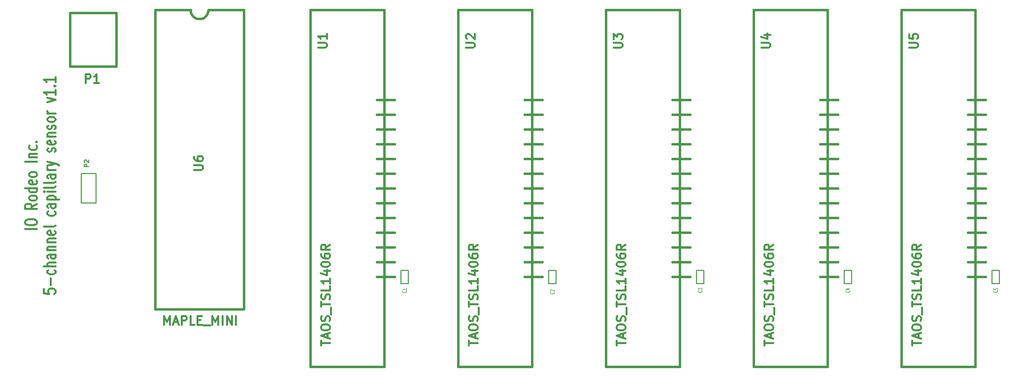
<source format=gto>
G04 (created by PCBNEW-RS274X (2011-07-19)-testing) date Thu 01 Mar 2012 04:31:09 PM PST*
G01*
G70*
G90*
%MOIN*%
G04 Gerber Fmt 3.4, Leading zero omitted, Abs format*
%FSLAX34Y34*%
G04 APERTURE LIST*
%ADD10C,0.006000*%
%ADD11C,0.012000*%
%ADD12C,0.015000*%
%ADD13C,0.005000*%
%ADD14C,0.004500*%
G04 APERTURE END LIST*
G54D10*
G54D11*
X26524Y-43157D02*
X25724Y-43157D01*
X25724Y-42757D02*
X25724Y-42643D01*
X25762Y-42585D01*
X25838Y-42528D01*
X25990Y-42500D01*
X26257Y-42500D01*
X26410Y-42528D01*
X26486Y-42585D01*
X26524Y-42643D01*
X26524Y-42757D01*
X26486Y-42814D01*
X26410Y-42871D01*
X26257Y-42900D01*
X25990Y-42900D01*
X25838Y-42871D01*
X25762Y-42814D01*
X25724Y-42757D01*
X26524Y-41442D02*
X26143Y-41642D01*
X26524Y-41785D02*
X25724Y-41785D01*
X25724Y-41557D01*
X25762Y-41499D01*
X25800Y-41471D01*
X25876Y-41442D01*
X25990Y-41442D01*
X26067Y-41471D01*
X26105Y-41499D01*
X26143Y-41557D01*
X26143Y-41785D01*
X26524Y-41099D02*
X26486Y-41157D01*
X26448Y-41185D01*
X26371Y-41214D01*
X26143Y-41214D01*
X26067Y-41185D01*
X26029Y-41157D01*
X25990Y-41099D01*
X25990Y-41014D01*
X26029Y-40957D01*
X26067Y-40928D01*
X26143Y-40899D01*
X26371Y-40899D01*
X26448Y-40928D01*
X26486Y-40957D01*
X26524Y-41014D01*
X26524Y-41099D01*
X26524Y-40385D02*
X25724Y-40385D01*
X26486Y-40385D02*
X26524Y-40442D01*
X26524Y-40556D01*
X26486Y-40614D01*
X26448Y-40642D01*
X26371Y-40671D01*
X26143Y-40671D01*
X26067Y-40642D01*
X26029Y-40614D01*
X25990Y-40556D01*
X25990Y-40442D01*
X26029Y-40385D01*
X26486Y-39871D02*
X26524Y-39928D01*
X26524Y-40042D01*
X26486Y-40099D01*
X26410Y-40128D01*
X26105Y-40128D01*
X26029Y-40099D01*
X25990Y-40042D01*
X25990Y-39928D01*
X26029Y-39871D01*
X26105Y-39842D01*
X26181Y-39842D01*
X26257Y-40128D01*
X26524Y-39499D02*
X26486Y-39557D01*
X26448Y-39585D01*
X26371Y-39614D01*
X26143Y-39614D01*
X26067Y-39585D01*
X26029Y-39557D01*
X25990Y-39499D01*
X25990Y-39414D01*
X26029Y-39357D01*
X26067Y-39328D01*
X26143Y-39299D01*
X26371Y-39299D01*
X26448Y-39328D01*
X26486Y-39357D01*
X26524Y-39414D01*
X26524Y-39499D01*
X26524Y-38585D02*
X25724Y-38585D01*
X25990Y-38299D02*
X26524Y-38299D01*
X26067Y-38299D02*
X26029Y-38271D01*
X25990Y-38213D01*
X25990Y-38128D01*
X26029Y-38071D01*
X26105Y-38042D01*
X26524Y-38042D01*
X26486Y-37499D02*
X26524Y-37556D01*
X26524Y-37670D01*
X26486Y-37728D01*
X26448Y-37756D01*
X26371Y-37785D01*
X26143Y-37785D01*
X26067Y-37756D01*
X26029Y-37728D01*
X25990Y-37670D01*
X25990Y-37556D01*
X26029Y-37499D01*
X26448Y-37242D02*
X26486Y-37214D01*
X26524Y-37242D01*
X26486Y-37271D01*
X26448Y-37242D01*
X26524Y-37242D01*
X26964Y-47227D02*
X26964Y-47513D01*
X27345Y-47542D01*
X27307Y-47513D01*
X27269Y-47456D01*
X27269Y-47313D01*
X27307Y-47256D01*
X27345Y-47227D01*
X27421Y-47199D01*
X27611Y-47199D01*
X27688Y-47227D01*
X27726Y-47256D01*
X27764Y-47313D01*
X27764Y-47456D01*
X27726Y-47513D01*
X27688Y-47542D01*
X27459Y-46942D02*
X27459Y-46485D01*
X27726Y-45942D02*
X27764Y-45999D01*
X27764Y-46113D01*
X27726Y-46171D01*
X27688Y-46199D01*
X27611Y-46228D01*
X27383Y-46228D01*
X27307Y-46199D01*
X27269Y-46171D01*
X27230Y-46113D01*
X27230Y-45999D01*
X27269Y-45942D01*
X27764Y-45685D02*
X26964Y-45685D01*
X27764Y-45428D02*
X27345Y-45428D01*
X27269Y-45457D01*
X27230Y-45514D01*
X27230Y-45599D01*
X27269Y-45657D01*
X27307Y-45685D01*
X27764Y-44885D02*
X27345Y-44885D01*
X27269Y-44914D01*
X27230Y-44971D01*
X27230Y-45085D01*
X27269Y-45142D01*
X27726Y-44885D02*
X27764Y-44942D01*
X27764Y-45085D01*
X27726Y-45142D01*
X27650Y-45171D01*
X27573Y-45171D01*
X27497Y-45142D01*
X27459Y-45085D01*
X27459Y-44942D01*
X27421Y-44885D01*
X27230Y-44599D02*
X27764Y-44599D01*
X27307Y-44599D02*
X27269Y-44571D01*
X27230Y-44513D01*
X27230Y-44428D01*
X27269Y-44371D01*
X27345Y-44342D01*
X27764Y-44342D01*
X27230Y-44056D02*
X27764Y-44056D01*
X27307Y-44056D02*
X27269Y-44028D01*
X27230Y-43970D01*
X27230Y-43885D01*
X27269Y-43828D01*
X27345Y-43799D01*
X27764Y-43799D01*
X27726Y-43285D02*
X27764Y-43342D01*
X27764Y-43456D01*
X27726Y-43513D01*
X27650Y-43542D01*
X27345Y-43542D01*
X27269Y-43513D01*
X27230Y-43456D01*
X27230Y-43342D01*
X27269Y-43285D01*
X27345Y-43256D01*
X27421Y-43256D01*
X27497Y-43542D01*
X27764Y-42913D02*
X27726Y-42971D01*
X27650Y-42999D01*
X26964Y-42999D01*
X27726Y-41971D02*
X27764Y-42028D01*
X27764Y-42142D01*
X27726Y-42200D01*
X27688Y-42228D01*
X27611Y-42257D01*
X27383Y-42257D01*
X27307Y-42228D01*
X27269Y-42200D01*
X27230Y-42142D01*
X27230Y-42028D01*
X27269Y-41971D01*
X27764Y-41457D02*
X27345Y-41457D01*
X27269Y-41486D01*
X27230Y-41543D01*
X27230Y-41657D01*
X27269Y-41714D01*
X27726Y-41457D02*
X27764Y-41514D01*
X27764Y-41657D01*
X27726Y-41714D01*
X27650Y-41743D01*
X27573Y-41743D01*
X27497Y-41714D01*
X27459Y-41657D01*
X27459Y-41514D01*
X27421Y-41457D01*
X27230Y-41171D02*
X28030Y-41171D01*
X27269Y-41171D02*
X27230Y-41114D01*
X27230Y-41000D01*
X27269Y-40943D01*
X27307Y-40914D01*
X27383Y-40885D01*
X27611Y-40885D01*
X27688Y-40914D01*
X27726Y-40943D01*
X27764Y-41000D01*
X27764Y-41114D01*
X27726Y-41171D01*
X27764Y-40628D02*
X27230Y-40628D01*
X26964Y-40628D02*
X27002Y-40657D01*
X27040Y-40628D01*
X27002Y-40600D01*
X26964Y-40628D01*
X27040Y-40628D01*
X27764Y-40256D02*
X27726Y-40314D01*
X27650Y-40342D01*
X26964Y-40342D01*
X27764Y-39942D02*
X27726Y-40000D01*
X27650Y-40028D01*
X26964Y-40028D01*
X27764Y-39457D02*
X27345Y-39457D01*
X27269Y-39486D01*
X27230Y-39543D01*
X27230Y-39657D01*
X27269Y-39714D01*
X27726Y-39457D02*
X27764Y-39514D01*
X27764Y-39657D01*
X27726Y-39714D01*
X27650Y-39743D01*
X27573Y-39743D01*
X27497Y-39714D01*
X27459Y-39657D01*
X27459Y-39514D01*
X27421Y-39457D01*
X27764Y-39171D02*
X27230Y-39171D01*
X27383Y-39171D02*
X27307Y-39143D01*
X27269Y-39114D01*
X27230Y-39057D01*
X27230Y-39000D01*
X27230Y-38857D02*
X27764Y-38714D01*
X27230Y-38572D02*
X27764Y-38714D01*
X27954Y-38772D01*
X27992Y-38800D01*
X28030Y-38857D01*
X27726Y-37915D02*
X27764Y-37858D01*
X27764Y-37743D01*
X27726Y-37686D01*
X27650Y-37658D01*
X27611Y-37658D01*
X27535Y-37686D01*
X27497Y-37743D01*
X27497Y-37829D01*
X27459Y-37886D01*
X27383Y-37915D01*
X27345Y-37915D01*
X27269Y-37886D01*
X27230Y-37829D01*
X27230Y-37743D01*
X27269Y-37686D01*
X27726Y-37172D02*
X27764Y-37229D01*
X27764Y-37343D01*
X27726Y-37400D01*
X27650Y-37429D01*
X27345Y-37429D01*
X27269Y-37400D01*
X27230Y-37343D01*
X27230Y-37229D01*
X27269Y-37172D01*
X27345Y-37143D01*
X27421Y-37143D01*
X27497Y-37429D01*
X27230Y-36886D02*
X27764Y-36886D01*
X27307Y-36886D02*
X27269Y-36858D01*
X27230Y-36800D01*
X27230Y-36715D01*
X27269Y-36658D01*
X27345Y-36629D01*
X27764Y-36629D01*
X27726Y-36372D02*
X27764Y-36315D01*
X27764Y-36200D01*
X27726Y-36143D01*
X27650Y-36115D01*
X27611Y-36115D01*
X27535Y-36143D01*
X27497Y-36200D01*
X27497Y-36286D01*
X27459Y-36343D01*
X27383Y-36372D01*
X27345Y-36372D01*
X27269Y-36343D01*
X27230Y-36286D01*
X27230Y-36200D01*
X27269Y-36143D01*
X27764Y-35771D02*
X27726Y-35829D01*
X27688Y-35857D01*
X27611Y-35886D01*
X27383Y-35886D01*
X27307Y-35857D01*
X27269Y-35829D01*
X27230Y-35771D01*
X27230Y-35686D01*
X27269Y-35629D01*
X27307Y-35600D01*
X27383Y-35571D01*
X27611Y-35571D01*
X27688Y-35600D01*
X27726Y-35629D01*
X27764Y-35686D01*
X27764Y-35771D01*
X27764Y-35314D02*
X27230Y-35314D01*
X27383Y-35314D02*
X27307Y-35286D01*
X27269Y-35257D01*
X27230Y-35200D01*
X27230Y-35143D01*
X27230Y-34543D02*
X27764Y-34400D01*
X27230Y-34258D01*
X27764Y-33715D02*
X27764Y-34058D01*
X27764Y-33886D02*
X26964Y-33886D01*
X27078Y-33943D01*
X27154Y-34001D01*
X27192Y-34058D01*
X27688Y-33458D02*
X27726Y-33430D01*
X27764Y-33458D01*
X27726Y-33487D01*
X27688Y-33458D01*
X27764Y-33458D01*
X27764Y-32858D02*
X27764Y-33201D01*
X27764Y-33029D02*
X26964Y-33029D01*
X27078Y-33086D01*
X27154Y-33144D01*
X27192Y-33201D01*
G54D12*
X89500Y-46404D02*
X90700Y-46404D01*
X89500Y-45404D02*
X90700Y-45404D01*
X89500Y-44404D02*
X90700Y-44404D01*
X89500Y-43404D02*
X90700Y-43404D01*
X89500Y-42404D02*
X90700Y-42404D01*
X89500Y-41404D02*
X90700Y-41404D01*
X89500Y-40404D02*
X90700Y-40404D01*
X89500Y-39404D02*
X90700Y-39404D01*
X89500Y-38404D02*
X90700Y-38404D01*
X89500Y-37404D02*
X90700Y-37404D01*
X89500Y-36404D02*
X90700Y-36404D01*
X89500Y-35404D02*
X90700Y-35404D01*
X89500Y-34404D02*
X90700Y-34404D01*
X85000Y-52504D02*
X90000Y-52504D01*
X85000Y-28304D02*
X85000Y-52504D01*
X90000Y-52504D02*
X90000Y-28304D01*
X87500Y-28304D02*
X85000Y-28304D01*
X87500Y-28304D02*
X90000Y-28304D01*
X79500Y-46404D02*
X80700Y-46404D01*
X79500Y-45404D02*
X80700Y-45404D01*
X79500Y-44404D02*
X80700Y-44404D01*
X79500Y-43404D02*
X80700Y-43404D01*
X79500Y-42404D02*
X80700Y-42404D01*
X79500Y-41404D02*
X80700Y-41404D01*
X79500Y-40404D02*
X80700Y-40404D01*
X79500Y-39404D02*
X80700Y-39404D01*
X79500Y-38404D02*
X80700Y-38404D01*
X79500Y-37404D02*
X80700Y-37404D01*
X79500Y-36404D02*
X80700Y-36404D01*
X79500Y-35404D02*
X80700Y-35404D01*
X79500Y-34404D02*
X80700Y-34404D01*
X75000Y-52504D02*
X80000Y-52504D01*
X75000Y-28304D02*
X75000Y-52504D01*
X80000Y-52504D02*
X80000Y-28304D01*
X77500Y-28304D02*
X75000Y-28304D01*
X77500Y-28304D02*
X80000Y-28304D01*
X69500Y-46404D02*
X70700Y-46404D01*
X69500Y-45404D02*
X70700Y-45404D01*
X69500Y-44404D02*
X70700Y-44404D01*
X69500Y-43404D02*
X70700Y-43404D01*
X69500Y-42404D02*
X70700Y-42404D01*
X69500Y-41404D02*
X70700Y-41404D01*
X69500Y-40404D02*
X70700Y-40404D01*
X69500Y-39404D02*
X70700Y-39404D01*
X69500Y-38404D02*
X70700Y-38404D01*
X69500Y-37404D02*
X70700Y-37404D01*
X69500Y-36404D02*
X70700Y-36404D01*
X69500Y-35404D02*
X70700Y-35404D01*
X69500Y-34404D02*
X70700Y-34404D01*
X65000Y-52504D02*
X70000Y-52504D01*
X65000Y-28304D02*
X65000Y-52504D01*
X70000Y-52504D02*
X70000Y-28304D01*
X67500Y-28304D02*
X65000Y-28304D01*
X67500Y-28304D02*
X70000Y-28304D01*
X59500Y-46404D02*
X60700Y-46404D01*
X59500Y-45404D02*
X60700Y-45404D01*
X59500Y-44404D02*
X60700Y-44404D01*
X59500Y-43404D02*
X60700Y-43404D01*
X59500Y-42404D02*
X60700Y-42404D01*
X59500Y-41404D02*
X60700Y-41404D01*
X59500Y-40404D02*
X60700Y-40404D01*
X59500Y-39404D02*
X60700Y-39404D01*
X59500Y-38404D02*
X60700Y-38404D01*
X59500Y-37404D02*
X60700Y-37404D01*
X59500Y-36404D02*
X60700Y-36404D01*
X59500Y-35404D02*
X60700Y-35404D01*
X59500Y-34404D02*
X60700Y-34404D01*
X55000Y-52504D02*
X60000Y-52504D01*
X55000Y-28304D02*
X55000Y-52504D01*
X60000Y-52504D02*
X60000Y-28304D01*
X57500Y-28304D02*
X55000Y-28304D01*
X57500Y-28304D02*
X60000Y-28304D01*
X49500Y-46404D02*
X50700Y-46404D01*
X49500Y-45404D02*
X50700Y-45404D01*
X49500Y-44404D02*
X50700Y-44404D01*
X49500Y-43404D02*
X50700Y-43404D01*
X49500Y-42404D02*
X50700Y-42404D01*
X49500Y-41404D02*
X50700Y-41404D01*
X49500Y-40404D02*
X50700Y-40404D01*
X49500Y-39404D02*
X50700Y-39404D01*
X49500Y-38404D02*
X50700Y-38404D01*
X49500Y-37404D02*
X50700Y-37404D01*
X49500Y-36404D02*
X50700Y-36404D01*
X49500Y-35404D02*
X50700Y-35404D01*
X49500Y-34404D02*
X50700Y-34404D01*
X45000Y-52504D02*
X50000Y-52504D01*
X45000Y-28304D02*
X45000Y-52504D01*
X50000Y-52504D02*
X50000Y-28304D01*
X47500Y-28304D02*
X45000Y-28304D01*
X47500Y-28304D02*
X50000Y-28304D01*
X31890Y-32126D02*
X28740Y-32126D01*
X28740Y-32126D02*
X28740Y-28504D01*
X28740Y-28504D02*
X31890Y-28504D01*
X31890Y-28504D02*
X31890Y-32126D01*
G54D13*
X51150Y-46850D02*
X51150Y-45950D01*
X51150Y-45950D02*
X51650Y-45950D01*
X51650Y-45950D02*
X51650Y-46850D01*
X51650Y-46850D02*
X51150Y-46850D01*
X61150Y-46850D02*
X61150Y-45950D01*
X61150Y-45950D02*
X61650Y-45950D01*
X61650Y-45950D02*
X61650Y-46850D01*
X61650Y-46850D02*
X61150Y-46850D01*
X71150Y-46850D02*
X71150Y-45950D01*
X71150Y-45950D02*
X71650Y-45950D01*
X71650Y-45950D02*
X71650Y-46850D01*
X71650Y-46850D02*
X71150Y-46850D01*
X81150Y-46850D02*
X81150Y-45950D01*
X81150Y-45950D02*
X81650Y-45950D01*
X81650Y-45950D02*
X81650Y-46850D01*
X81650Y-46850D02*
X81150Y-46850D01*
X91150Y-46850D02*
X91150Y-45950D01*
X91150Y-45950D02*
X91650Y-45950D01*
X91650Y-45950D02*
X91650Y-46850D01*
X91650Y-46850D02*
X91150Y-46850D01*
G54D10*
X30500Y-41400D02*
X29500Y-41400D01*
X29500Y-41400D02*
X29500Y-39400D01*
X29500Y-39400D02*
X30500Y-39400D01*
X30500Y-39400D02*
X30500Y-41400D01*
G54D12*
X35000Y-48600D02*
X34500Y-48600D01*
X40000Y-48600D02*
X40500Y-48600D01*
X35050Y-28300D02*
X34500Y-28300D01*
X40000Y-28300D02*
X40500Y-28300D01*
X36900Y-28300D02*
X36903Y-28352D01*
X36910Y-28404D01*
X36921Y-28455D01*
X36937Y-28505D01*
X36957Y-28553D01*
X36981Y-28599D01*
X37009Y-28644D01*
X37041Y-28685D01*
X37076Y-28724D01*
X37115Y-28759D01*
X37156Y-28791D01*
X37201Y-28819D01*
X37247Y-28843D01*
X37295Y-28863D01*
X37345Y-28879D01*
X37396Y-28890D01*
X37448Y-28897D01*
X37500Y-28900D01*
X37500Y-28900D02*
X37552Y-28897D01*
X37604Y-28890D01*
X37655Y-28879D01*
X37705Y-28863D01*
X37753Y-28843D01*
X37800Y-28819D01*
X37844Y-28791D01*
X37885Y-28759D01*
X37924Y-28724D01*
X37959Y-28685D01*
X37991Y-28644D01*
X38019Y-28599D01*
X38043Y-28553D01*
X38063Y-28505D01*
X38079Y-28455D01*
X38090Y-28404D01*
X38097Y-28352D01*
X38100Y-28300D01*
X35000Y-28300D02*
X36900Y-28300D01*
X40000Y-28300D02*
X38100Y-28300D01*
X34500Y-28350D02*
X34500Y-48600D01*
X35000Y-48600D02*
X40000Y-48600D01*
X40500Y-48600D02*
X40500Y-28350D01*
G54D11*
X85543Y-30861D02*
X86029Y-30861D01*
X86086Y-30833D01*
X86114Y-30804D01*
X86143Y-30747D01*
X86143Y-30633D01*
X86114Y-30575D01*
X86086Y-30547D01*
X86029Y-30518D01*
X85543Y-30518D01*
X85543Y-29946D02*
X85543Y-30232D01*
X85829Y-30261D01*
X85800Y-30232D01*
X85771Y-30175D01*
X85771Y-30032D01*
X85800Y-29975D01*
X85829Y-29946D01*
X85886Y-29918D01*
X86029Y-29918D01*
X86086Y-29946D01*
X86114Y-29975D01*
X86143Y-30032D01*
X86143Y-30175D01*
X86114Y-30232D01*
X86086Y-30261D01*
X85743Y-51060D02*
X85743Y-50717D01*
X86343Y-50888D02*
X85743Y-50888D01*
X86171Y-50546D02*
X86171Y-50260D01*
X86343Y-50603D02*
X85743Y-50403D01*
X86343Y-50203D01*
X85743Y-49889D02*
X85743Y-49775D01*
X85771Y-49717D01*
X85829Y-49660D01*
X85943Y-49632D01*
X86143Y-49632D01*
X86257Y-49660D01*
X86314Y-49717D01*
X86343Y-49775D01*
X86343Y-49889D01*
X86314Y-49946D01*
X86257Y-50003D01*
X86143Y-50032D01*
X85943Y-50032D01*
X85829Y-50003D01*
X85771Y-49946D01*
X85743Y-49889D01*
X86314Y-49403D02*
X86343Y-49317D01*
X86343Y-49174D01*
X86314Y-49117D01*
X86286Y-49088D01*
X86229Y-49060D01*
X86171Y-49060D01*
X86114Y-49088D01*
X86086Y-49117D01*
X86057Y-49174D01*
X86029Y-49288D01*
X86000Y-49346D01*
X85971Y-49374D01*
X85914Y-49403D01*
X85857Y-49403D01*
X85800Y-49374D01*
X85771Y-49346D01*
X85743Y-49288D01*
X85743Y-49146D01*
X85771Y-49060D01*
X86400Y-48946D02*
X86400Y-48489D01*
X85743Y-48432D02*
X85743Y-48089D01*
X86343Y-48260D02*
X85743Y-48260D01*
X86314Y-47918D02*
X86343Y-47832D01*
X86343Y-47689D01*
X86314Y-47632D01*
X86286Y-47603D01*
X86229Y-47575D01*
X86171Y-47575D01*
X86114Y-47603D01*
X86086Y-47632D01*
X86057Y-47689D01*
X86029Y-47803D01*
X86000Y-47861D01*
X85971Y-47889D01*
X85914Y-47918D01*
X85857Y-47918D01*
X85800Y-47889D01*
X85771Y-47861D01*
X85743Y-47803D01*
X85743Y-47661D01*
X85771Y-47575D01*
X86343Y-47032D02*
X86343Y-47318D01*
X85743Y-47318D01*
X86343Y-46518D02*
X86343Y-46861D01*
X86343Y-46689D02*
X85743Y-46689D01*
X85829Y-46746D01*
X85886Y-46804D01*
X85914Y-46861D01*
X85943Y-46004D02*
X86343Y-46004D01*
X85714Y-46147D02*
X86143Y-46290D01*
X86143Y-45918D01*
X85743Y-45576D02*
X85743Y-45519D01*
X85771Y-45462D01*
X85800Y-45433D01*
X85857Y-45404D01*
X85971Y-45376D01*
X86114Y-45376D01*
X86229Y-45404D01*
X86286Y-45433D01*
X86314Y-45462D01*
X86343Y-45519D01*
X86343Y-45576D01*
X86314Y-45633D01*
X86286Y-45662D01*
X86229Y-45690D01*
X86114Y-45719D01*
X85971Y-45719D01*
X85857Y-45690D01*
X85800Y-45662D01*
X85771Y-45633D01*
X85743Y-45576D01*
X85743Y-44862D02*
X85743Y-44976D01*
X85771Y-45033D01*
X85800Y-45062D01*
X85886Y-45119D01*
X86000Y-45148D01*
X86229Y-45148D01*
X86286Y-45119D01*
X86314Y-45091D01*
X86343Y-45033D01*
X86343Y-44919D01*
X86314Y-44862D01*
X86286Y-44833D01*
X86229Y-44805D01*
X86086Y-44805D01*
X86029Y-44833D01*
X86000Y-44862D01*
X85971Y-44919D01*
X85971Y-45033D01*
X86000Y-45091D01*
X86029Y-45119D01*
X86086Y-45148D01*
X86343Y-44205D02*
X86057Y-44405D01*
X86343Y-44548D02*
X85743Y-44548D01*
X85743Y-44320D01*
X85771Y-44262D01*
X85800Y-44234D01*
X85857Y-44205D01*
X85943Y-44205D01*
X86000Y-44234D01*
X86029Y-44262D01*
X86057Y-44320D01*
X86057Y-44548D01*
X75543Y-30861D02*
X76029Y-30861D01*
X76086Y-30833D01*
X76114Y-30804D01*
X76143Y-30747D01*
X76143Y-30633D01*
X76114Y-30575D01*
X76086Y-30547D01*
X76029Y-30518D01*
X75543Y-30518D01*
X75743Y-29975D02*
X76143Y-29975D01*
X75514Y-30118D02*
X75943Y-30261D01*
X75943Y-29889D01*
X75743Y-51060D02*
X75743Y-50717D01*
X76343Y-50888D02*
X75743Y-50888D01*
X76171Y-50546D02*
X76171Y-50260D01*
X76343Y-50603D02*
X75743Y-50403D01*
X76343Y-50203D01*
X75743Y-49889D02*
X75743Y-49775D01*
X75771Y-49717D01*
X75829Y-49660D01*
X75943Y-49632D01*
X76143Y-49632D01*
X76257Y-49660D01*
X76314Y-49717D01*
X76343Y-49775D01*
X76343Y-49889D01*
X76314Y-49946D01*
X76257Y-50003D01*
X76143Y-50032D01*
X75943Y-50032D01*
X75829Y-50003D01*
X75771Y-49946D01*
X75743Y-49889D01*
X76314Y-49403D02*
X76343Y-49317D01*
X76343Y-49174D01*
X76314Y-49117D01*
X76286Y-49088D01*
X76229Y-49060D01*
X76171Y-49060D01*
X76114Y-49088D01*
X76086Y-49117D01*
X76057Y-49174D01*
X76029Y-49288D01*
X76000Y-49346D01*
X75971Y-49374D01*
X75914Y-49403D01*
X75857Y-49403D01*
X75800Y-49374D01*
X75771Y-49346D01*
X75743Y-49288D01*
X75743Y-49146D01*
X75771Y-49060D01*
X76400Y-48946D02*
X76400Y-48489D01*
X75743Y-48432D02*
X75743Y-48089D01*
X76343Y-48260D02*
X75743Y-48260D01*
X76314Y-47918D02*
X76343Y-47832D01*
X76343Y-47689D01*
X76314Y-47632D01*
X76286Y-47603D01*
X76229Y-47575D01*
X76171Y-47575D01*
X76114Y-47603D01*
X76086Y-47632D01*
X76057Y-47689D01*
X76029Y-47803D01*
X76000Y-47861D01*
X75971Y-47889D01*
X75914Y-47918D01*
X75857Y-47918D01*
X75800Y-47889D01*
X75771Y-47861D01*
X75743Y-47803D01*
X75743Y-47661D01*
X75771Y-47575D01*
X76343Y-47032D02*
X76343Y-47318D01*
X75743Y-47318D01*
X76343Y-46518D02*
X76343Y-46861D01*
X76343Y-46689D02*
X75743Y-46689D01*
X75829Y-46746D01*
X75886Y-46804D01*
X75914Y-46861D01*
X75943Y-46004D02*
X76343Y-46004D01*
X75714Y-46147D02*
X76143Y-46290D01*
X76143Y-45918D01*
X75743Y-45576D02*
X75743Y-45519D01*
X75771Y-45462D01*
X75800Y-45433D01*
X75857Y-45404D01*
X75971Y-45376D01*
X76114Y-45376D01*
X76229Y-45404D01*
X76286Y-45433D01*
X76314Y-45462D01*
X76343Y-45519D01*
X76343Y-45576D01*
X76314Y-45633D01*
X76286Y-45662D01*
X76229Y-45690D01*
X76114Y-45719D01*
X75971Y-45719D01*
X75857Y-45690D01*
X75800Y-45662D01*
X75771Y-45633D01*
X75743Y-45576D01*
X75743Y-44862D02*
X75743Y-44976D01*
X75771Y-45033D01*
X75800Y-45062D01*
X75886Y-45119D01*
X76000Y-45148D01*
X76229Y-45148D01*
X76286Y-45119D01*
X76314Y-45091D01*
X76343Y-45033D01*
X76343Y-44919D01*
X76314Y-44862D01*
X76286Y-44833D01*
X76229Y-44805D01*
X76086Y-44805D01*
X76029Y-44833D01*
X76000Y-44862D01*
X75971Y-44919D01*
X75971Y-45033D01*
X76000Y-45091D01*
X76029Y-45119D01*
X76086Y-45148D01*
X76343Y-44205D02*
X76057Y-44405D01*
X76343Y-44548D02*
X75743Y-44548D01*
X75743Y-44320D01*
X75771Y-44262D01*
X75800Y-44234D01*
X75857Y-44205D01*
X75943Y-44205D01*
X76000Y-44234D01*
X76029Y-44262D01*
X76057Y-44320D01*
X76057Y-44548D01*
X65543Y-30861D02*
X66029Y-30861D01*
X66086Y-30833D01*
X66114Y-30804D01*
X66143Y-30747D01*
X66143Y-30633D01*
X66114Y-30575D01*
X66086Y-30547D01*
X66029Y-30518D01*
X65543Y-30518D01*
X65543Y-30289D02*
X65543Y-29918D01*
X65771Y-30118D01*
X65771Y-30032D01*
X65800Y-29975D01*
X65829Y-29946D01*
X65886Y-29918D01*
X66029Y-29918D01*
X66086Y-29946D01*
X66114Y-29975D01*
X66143Y-30032D01*
X66143Y-30204D01*
X66114Y-30261D01*
X66086Y-30289D01*
X65743Y-51060D02*
X65743Y-50717D01*
X66343Y-50888D02*
X65743Y-50888D01*
X66171Y-50546D02*
X66171Y-50260D01*
X66343Y-50603D02*
X65743Y-50403D01*
X66343Y-50203D01*
X65743Y-49889D02*
X65743Y-49775D01*
X65771Y-49717D01*
X65829Y-49660D01*
X65943Y-49632D01*
X66143Y-49632D01*
X66257Y-49660D01*
X66314Y-49717D01*
X66343Y-49775D01*
X66343Y-49889D01*
X66314Y-49946D01*
X66257Y-50003D01*
X66143Y-50032D01*
X65943Y-50032D01*
X65829Y-50003D01*
X65771Y-49946D01*
X65743Y-49889D01*
X66314Y-49403D02*
X66343Y-49317D01*
X66343Y-49174D01*
X66314Y-49117D01*
X66286Y-49088D01*
X66229Y-49060D01*
X66171Y-49060D01*
X66114Y-49088D01*
X66086Y-49117D01*
X66057Y-49174D01*
X66029Y-49288D01*
X66000Y-49346D01*
X65971Y-49374D01*
X65914Y-49403D01*
X65857Y-49403D01*
X65800Y-49374D01*
X65771Y-49346D01*
X65743Y-49288D01*
X65743Y-49146D01*
X65771Y-49060D01*
X66400Y-48946D02*
X66400Y-48489D01*
X65743Y-48432D02*
X65743Y-48089D01*
X66343Y-48260D02*
X65743Y-48260D01*
X66314Y-47918D02*
X66343Y-47832D01*
X66343Y-47689D01*
X66314Y-47632D01*
X66286Y-47603D01*
X66229Y-47575D01*
X66171Y-47575D01*
X66114Y-47603D01*
X66086Y-47632D01*
X66057Y-47689D01*
X66029Y-47803D01*
X66000Y-47861D01*
X65971Y-47889D01*
X65914Y-47918D01*
X65857Y-47918D01*
X65800Y-47889D01*
X65771Y-47861D01*
X65743Y-47803D01*
X65743Y-47661D01*
X65771Y-47575D01*
X66343Y-47032D02*
X66343Y-47318D01*
X65743Y-47318D01*
X66343Y-46518D02*
X66343Y-46861D01*
X66343Y-46689D02*
X65743Y-46689D01*
X65829Y-46746D01*
X65886Y-46804D01*
X65914Y-46861D01*
X65943Y-46004D02*
X66343Y-46004D01*
X65714Y-46147D02*
X66143Y-46290D01*
X66143Y-45918D01*
X65743Y-45576D02*
X65743Y-45519D01*
X65771Y-45462D01*
X65800Y-45433D01*
X65857Y-45404D01*
X65971Y-45376D01*
X66114Y-45376D01*
X66229Y-45404D01*
X66286Y-45433D01*
X66314Y-45462D01*
X66343Y-45519D01*
X66343Y-45576D01*
X66314Y-45633D01*
X66286Y-45662D01*
X66229Y-45690D01*
X66114Y-45719D01*
X65971Y-45719D01*
X65857Y-45690D01*
X65800Y-45662D01*
X65771Y-45633D01*
X65743Y-45576D01*
X65743Y-44862D02*
X65743Y-44976D01*
X65771Y-45033D01*
X65800Y-45062D01*
X65886Y-45119D01*
X66000Y-45148D01*
X66229Y-45148D01*
X66286Y-45119D01*
X66314Y-45091D01*
X66343Y-45033D01*
X66343Y-44919D01*
X66314Y-44862D01*
X66286Y-44833D01*
X66229Y-44805D01*
X66086Y-44805D01*
X66029Y-44833D01*
X66000Y-44862D01*
X65971Y-44919D01*
X65971Y-45033D01*
X66000Y-45091D01*
X66029Y-45119D01*
X66086Y-45148D01*
X66343Y-44205D02*
X66057Y-44405D01*
X66343Y-44548D02*
X65743Y-44548D01*
X65743Y-44320D01*
X65771Y-44262D01*
X65800Y-44234D01*
X65857Y-44205D01*
X65943Y-44205D01*
X66000Y-44234D01*
X66029Y-44262D01*
X66057Y-44320D01*
X66057Y-44548D01*
X55543Y-30861D02*
X56029Y-30861D01*
X56086Y-30833D01*
X56114Y-30804D01*
X56143Y-30747D01*
X56143Y-30633D01*
X56114Y-30575D01*
X56086Y-30547D01*
X56029Y-30518D01*
X55543Y-30518D01*
X55600Y-30261D02*
X55571Y-30232D01*
X55543Y-30175D01*
X55543Y-30032D01*
X55571Y-29975D01*
X55600Y-29946D01*
X55657Y-29918D01*
X55714Y-29918D01*
X55800Y-29946D01*
X56143Y-30289D01*
X56143Y-29918D01*
X55743Y-51060D02*
X55743Y-50717D01*
X56343Y-50888D02*
X55743Y-50888D01*
X56171Y-50546D02*
X56171Y-50260D01*
X56343Y-50603D02*
X55743Y-50403D01*
X56343Y-50203D01*
X55743Y-49889D02*
X55743Y-49775D01*
X55771Y-49717D01*
X55829Y-49660D01*
X55943Y-49632D01*
X56143Y-49632D01*
X56257Y-49660D01*
X56314Y-49717D01*
X56343Y-49775D01*
X56343Y-49889D01*
X56314Y-49946D01*
X56257Y-50003D01*
X56143Y-50032D01*
X55943Y-50032D01*
X55829Y-50003D01*
X55771Y-49946D01*
X55743Y-49889D01*
X56314Y-49403D02*
X56343Y-49317D01*
X56343Y-49174D01*
X56314Y-49117D01*
X56286Y-49088D01*
X56229Y-49060D01*
X56171Y-49060D01*
X56114Y-49088D01*
X56086Y-49117D01*
X56057Y-49174D01*
X56029Y-49288D01*
X56000Y-49346D01*
X55971Y-49374D01*
X55914Y-49403D01*
X55857Y-49403D01*
X55800Y-49374D01*
X55771Y-49346D01*
X55743Y-49288D01*
X55743Y-49146D01*
X55771Y-49060D01*
X56400Y-48946D02*
X56400Y-48489D01*
X55743Y-48432D02*
X55743Y-48089D01*
X56343Y-48260D02*
X55743Y-48260D01*
X56314Y-47918D02*
X56343Y-47832D01*
X56343Y-47689D01*
X56314Y-47632D01*
X56286Y-47603D01*
X56229Y-47575D01*
X56171Y-47575D01*
X56114Y-47603D01*
X56086Y-47632D01*
X56057Y-47689D01*
X56029Y-47803D01*
X56000Y-47861D01*
X55971Y-47889D01*
X55914Y-47918D01*
X55857Y-47918D01*
X55800Y-47889D01*
X55771Y-47861D01*
X55743Y-47803D01*
X55743Y-47661D01*
X55771Y-47575D01*
X56343Y-47032D02*
X56343Y-47318D01*
X55743Y-47318D01*
X56343Y-46518D02*
X56343Y-46861D01*
X56343Y-46689D02*
X55743Y-46689D01*
X55829Y-46746D01*
X55886Y-46804D01*
X55914Y-46861D01*
X55943Y-46004D02*
X56343Y-46004D01*
X55714Y-46147D02*
X56143Y-46290D01*
X56143Y-45918D01*
X55743Y-45576D02*
X55743Y-45519D01*
X55771Y-45462D01*
X55800Y-45433D01*
X55857Y-45404D01*
X55971Y-45376D01*
X56114Y-45376D01*
X56229Y-45404D01*
X56286Y-45433D01*
X56314Y-45462D01*
X56343Y-45519D01*
X56343Y-45576D01*
X56314Y-45633D01*
X56286Y-45662D01*
X56229Y-45690D01*
X56114Y-45719D01*
X55971Y-45719D01*
X55857Y-45690D01*
X55800Y-45662D01*
X55771Y-45633D01*
X55743Y-45576D01*
X55743Y-44862D02*
X55743Y-44976D01*
X55771Y-45033D01*
X55800Y-45062D01*
X55886Y-45119D01*
X56000Y-45148D01*
X56229Y-45148D01*
X56286Y-45119D01*
X56314Y-45091D01*
X56343Y-45033D01*
X56343Y-44919D01*
X56314Y-44862D01*
X56286Y-44833D01*
X56229Y-44805D01*
X56086Y-44805D01*
X56029Y-44833D01*
X56000Y-44862D01*
X55971Y-44919D01*
X55971Y-45033D01*
X56000Y-45091D01*
X56029Y-45119D01*
X56086Y-45148D01*
X56343Y-44205D02*
X56057Y-44405D01*
X56343Y-44548D02*
X55743Y-44548D01*
X55743Y-44320D01*
X55771Y-44262D01*
X55800Y-44234D01*
X55857Y-44205D01*
X55943Y-44205D01*
X56000Y-44234D01*
X56029Y-44262D01*
X56057Y-44320D01*
X56057Y-44548D01*
X45543Y-30861D02*
X46029Y-30861D01*
X46086Y-30833D01*
X46114Y-30804D01*
X46143Y-30747D01*
X46143Y-30633D01*
X46114Y-30575D01*
X46086Y-30547D01*
X46029Y-30518D01*
X45543Y-30518D01*
X46143Y-29918D02*
X46143Y-30261D01*
X46143Y-30089D02*
X45543Y-30089D01*
X45629Y-30146D01*
X45686Y-30204D01*
X45714Y-30261D01*
X45743Y-51060D02*
X45743Y-50717D01*
X46343Y-50888D02*
X45743Y-50888D01*
X46171Y-50546D02*
X46171Y-50260D01*
X46343Y-50603D02*
X45743Y-50403D01*
X46343Y-50203D01*
X45743Y-49889D02*
X45743Y-49775D01*
X45771Y-49717D01*
X45829Y-49660D01*
X45943Y-49632D01*
X46143Y-49632D01*
X46257Y-49660D01*
X46314Y-49717D01*
X46343Y-49775D01*
X46343Y-49889D01*
X46314Y-49946D01*
X46257Y-50003D01*
X46143Y-50032D01*
X45943Y-50032D01*
X45829Y-50003D01*
X45771Y-49946D01*
X45743Y-49889D01*
X46314Y-49403D02*
X46343Y-49317D01*
X46343Y-49174D01*
X46314Y-49117D01*
X46286Y-49088D01*
X46229Y-49060D01*
X46171Y-49060D01*
X46114Y-49088D01*
X46086Y-49117D01*
X46057Y-49174D01*
X46029Y-49288D01*
X46000Y-49346D01*
X45971Y-49374D01*
X45914Y-49403D01*
X45857Y-49403D01*
X45800Y-49374D01*
X45771Y-49346D01*
X45743Y-49288D01*
X45743Y-49146D01*
X45771Y-49060D01*
X46400Y-48946D02*
X46400Y-48489D01*
X45743Y-48432D02*
X45743Y-48089D01*
X46343Y-48260D02*
X45743Y-48260D01*
X46314Y-47918D02*
X46343Y-47832D01*
X46343Y-47689D01*
X46314Y-47632D01*
X46286Y-47603D01*
X46229Y-47575D01*
X46171Y-47575D01*
X46114Y-47603D01*
X46086Y-47632D01*
X46057Y-47689D01*
X46029Y-47803D01*
X46000Y-47861D01*
X45971Y-47889D01*
X45914Y-47918D01*
X45857Y-47918D01*
X45800Y-47889D01*
X45771Y-47861D01*
X45743Y-47803D01*
X45743Y-47661D01*
X45771Y-47575D01*
X46343Y-47032D02*
X46343Y-47318D01*
X45743Y-47318D01*
X46343Y-46518D02*
X46343Y-46861D01*
X46343Y-46689D02*
X45743Y-46689D01*
X45829Y-46746D01*
X45886Y-46804D01*
X45914Y-46861D01*
X45943Y-46004D02*
X46343Y-46004D01*
X45714Y-46147D02*
X46143Y-46290D01*
X46143Y-45918D01*
X45743Y-45576D02*
X45743Y-45519D01*
X45771Y-45462D01*
X45800Y-45433D01*
X45857Y-45404D01*
X45971Y-45376D01*
X46114Y-45376D01*
X46229Y-45404D01*
X46286Y-45433D01*
X46314Y-45462D01*
X46343Y-45519D01*
X46343Y-45576D01*
X46314Y-45633D01*
X46286Y-45662D01*
X46229Y-45690D01*
X46114Y-45719D01*
X45971Y-45719D01*
X45857Y-45690D01*
X45800Y-45662D01*
X45771Y-45633D01*
X45743Y-45576D01*
X45743Y-44862D02*
X45743Y-44976D01*
X45771Y-45033D01*
X45800Y-45062D01*
X45886Y-45119D01*
X46000Y-45148D01*
X46229Y-45148D01*
X46286Y-45119D01*
X46314Y-45091D01*
X46343Y-45033D01*
X46343Y-44919D01*
X46314Y-44862D01*
X46286Y-44833D01*
X46229Y-44805D01*
X46086Y-44805D01*
X46029Y-44833D01*
X46000Y-44862D01*
X45971Y-44919D01*
X45971Y-45033D01*
X46000Y-45091D01*
X46029Y-45119D01*
X46086Y-45148D01*
X46343Y-44205D02*
X46057Y-44405D01*
X46343Y-44548D02*
X45743Y-44548D01*
X45743Y-44320D01*
X45771Y-44262D01*
X45800Y-44234D01*
X45857Y-44205D01*
X45943Y-44205D01*
X46000Y-44234D01*
X46029Y-44262D01*
X46057Y-44320D01*
X46057Y-44548D01*
X29808Y-33243D02*
X29808Y-32643D01*
X30036Y-32643D01*
X30094Y-32671D01*
X30122Y-32700D01*
X30151Y-32757D01*
X30151Y-32843D01*
X30122Y-32900D01*
X30094Y-32929D01*
X30036Y-32957D01*
X29808Y-32957D01*
X30722Y-33243D02*
X30379Y-33243D01*
X30551Y-33243D02*
X30551Y-32643D01*
X30494Y-32729D01*
X30436Y-32786D01*
X30379Y-32814D01*
G54D14*
X51487Y-47329D02*
X51500Y-47338D01*
X51513Y-47364D01*
X51513Y-47381D01*
X51500Y-47406D01*
X51473Y-47424D01*
X51447Y-47432D01*
X51393Y-47441D01*
X51353Y-47441D01*
X51300Y-47432D01*
X51273Y-47424D01*
X51247Y-47406D01*
X51233Y-47381D01*
X51233Y-47364D01*
X51247Y-47338D01*
X51260Y-47329D01*
X51513Y-47158D02*
X51513Y-47261D01*
X51513Y-47209D02*
X51233Y-47209D01*
X51273Y-47226D01*
X51300Y-47244D01*
X51313Y-47261D01*
X61487Y-47429D02*
X61500Y-47438D01*
X61513Y-47464D01*
X61513Y-47481D01*
X61500Y-47506D01*
X61473Y-47524D01*
X61447Y-47532D01*
X61393Y-47541D01*
X61353Y-47541D01*
X61300Y-47532D01*
X61273Y-47524D01*
X61247Y-47506D01*
X61233Y-47481D01*
X61233Y-47464D01*
X61247Y-47438D01*
X61260Y-47429D01*
X61260Y-47361D02*
X61247Y-47352D01*
X61233Y-47335D01*
X61233Y-47292D01*
X61247Y-47275D01*
X61260Y-47266D01*
X61287Y-47258D01*
X61313Y-47258D01*
X61353Y-47266D01*
X61513Y-47369D01*
X61513Y-47258D01*
X71487Y-47329D02*
X71500Y-47338D01*
X71513Y-47364D01*
X71513Y-47381D01*
X71500Y-47406D01*
X71473Y-47424D01*
X71447Y-47432D01*
X71393Y-47441D01*
X71353Y-47441D01*
X71300Y-47432D01*
X71273Y-47424D01*
X71247Y-47406D01*
X71233Y-47381D01*
X71233Y-47364D01*
X71247Y-47338D01*
X71260Y-47329D01*
X71233Y-47269D02*
X71233Y-47158D01*
X71340Y-47218D01*
X71340Y-47192D01*
X71353Y-47175D01*
X71367Y-47166D01*
X71393Y-47158D01*
X71460Y-47158D01*
X71487Y-47166D01*
X71500Y-47175D01*
X71513Y-47192D01*
X71513Y-47244D01*
X71500Y-47261D01*
X71487Y-47269D01*
X81487Y-47329D02*
X81500Y-47338D01*
X81513Y-47364D01*
X81513Y-47381D01*
X81500Y-47406D01*
X81473Y-47424D01*
X81447Y-47432D01*
X81393Y-47441D01*
X81353Y-47441D01*
X81300Y-47432D01*
X81273Y-47424D01*
X81247Y-47406D01*
X81233Y-47381D01*
X81233Y-47364D01*
X81247Y-47338D01*
X81260Y-47329D01*
X81327Y-47175D02*
X81513Y-47175D01*
X81220Y-47218D02*
X81420Y-47261D01*
X81420Y-47149D01*
X91487Y-47329D02*
X91500Y-47338D01*
X91513Y-47364D01*
X91513Y-47381D01*
X91500Y-47406D01*
X91473Y-47424D01*
X91447Y-47432D01*
X91393Y-47441D01*
X91353Y-47441D01*
X91300Y-47432D01*
X91273Y-47424D01*
X91247Y-47406D01*
X91233Y-47381D01*
X91233Y-47364D01*
X91247Y-47338D01*
X91260Y-47329D01*
X91233Y-47166D02*
X91233Y-47252D01*
X91367Y-47261D01*
X91353Y-47252D01*
X91340Y-47235D01*
X91340Y-47192D01*
X91353Y-47175D01*
X91367Y-47166D01*
X91393Y-47158D01*
X91460Y-47158D01*
X91487Y-47166D01*
X91500Y-47175D01*
X91513Y-47192D01*
X91513Y-47235D01*
X91500Y-47252D01*
X91487Y-47261D01*
G54D10*
X30021Y-38922D02*
X29721Y-38922D01*
X29721Y-38807D01*
X29736Y-38779D01*
X29750Y-38764D01*
X29779Y-38750D01*
X29821Y-38750D01*
X29850Y-38764D01*
X29864Y-38779D01*
X29879Y-38807D01*
X29879Y-38922D01*
X29750Y-38636D02*
X29736Y-38622D01*
X29721Y-38593D01*
X29721Y-38522D01*
X29736Y-38493D01*
X29750Y-38479D01*
X29779Y-38464D01*
X29807Y-38464D01*
X29850Y-38479D01*
X30021Y-38650D01*
X30021Y-38464D01*
G54D11*
X37143Y-39153D02*
X37629Y-39153D01*
X37686Y-39125D01*
X37714Y-39096D01*
X37743Y-39039D01*
X37743Y-38925D01*
X37714Y-38867D01*
X37686Y-38839D01*
X37629Y-38810D01*
X37143Y-38810D01*
X37143Y-38267D02*
X37143Y-38381D01*
X37171Y-38438D01*
X37200Y-38467D01*
X37286Y-38524D01*
X37400Y-38553D01*
X37629Y-38553D01*
X37686Y-38524D01*
X37714Y-38496D01*
X37743Y-38438D01*
X37743Y-38324D01*
X37714Y-38267D01*
X37686Y-38238D01*
X37629Y-38210D01*
X37486Y-38210D01*
X37429Y-38238D01*
X37400Y-38267D01*
X37371Y-38324D01*
X37371Y-38438D01*
X37400Y-38496D01*
X37429Y-38524D01*
X37486Y-38553D01*
X35107Y-49643D02*
X35107Y-49043D01*
X35307Y-49471D01*
X35507Y-49043D01*
X35507Y-49643D01*
X35764Y-49471D02*
X36050Y-49471D01*
X35707Y-49643D02*
X35907Y-49043D01*
X36107Y-49643D01*
X36307Y-49643D02*
X36307Y-49043D01*
X36535Y-49043D01*
X36593Y-49071D01*
X36621Y-49100D01*
X36650Y-49157D01*
X36650Y-49243D01*
X36621Y-49300D01*
X36593Y-49329D01*
X36535Y-49357D01*
X36307Y-49357D01*
X37193Y-49643D02*
X36907Y-49643D01*
X36907Y-49043D01*
X37393Y-49329D02*
X37593Y-49329D01*
X37679Y-49643D02*
X37393Y-49643D01*
X37393Y-49043D01*
X37679Y-49043D01*
X37793Y-49700D02*
X38250Y-49700D01*
X38393Y-49643D02*
X38393Y-49043D01*
X38593Y-49471D01*
X38793Y-49043D01*
X38793Y-49643D01*
X39079Y-49643D02*
X39079Y-49043D01*
X39365Y-49643D02*
X39365Y-49043D01*
X39708Y-49643D01*
X39708Y-49043D01*
X39994Y-49643D02*
X39994Y-49043D01*
M02*

</source>
